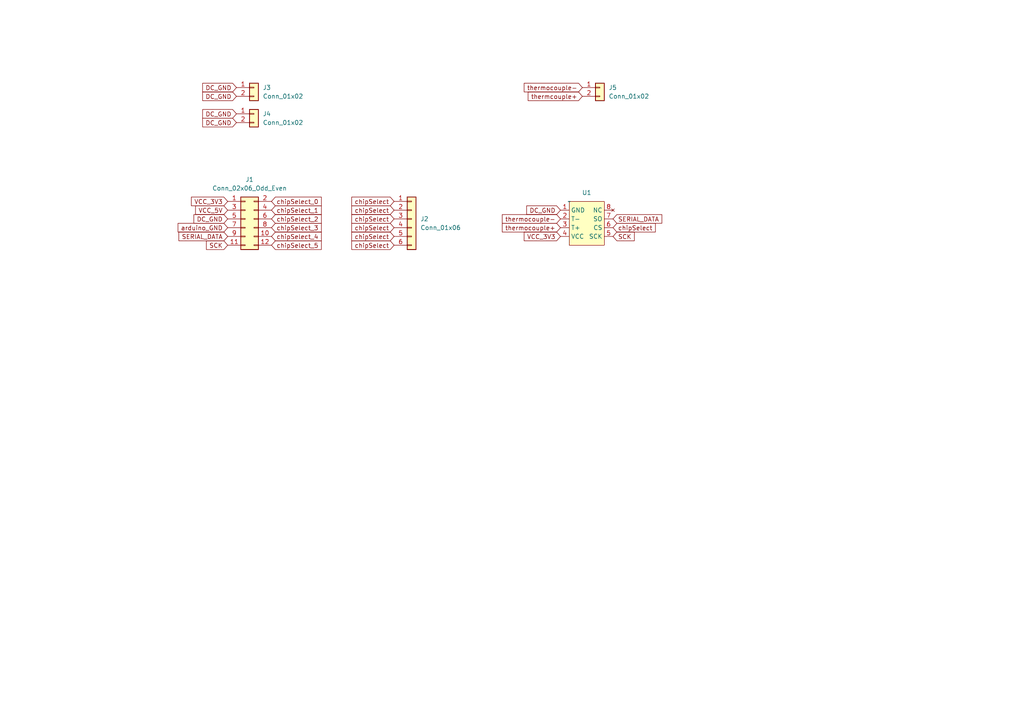
<source format=kicad_sch>
(kicad_sch (version 20230121) (generator eeschema)
  (paper "A4")
  (lib_symbols
    (symbol "Connector_Generic:Conn_01x02" (pin_names (offset 1.016) hide)
      (property "Reference" "J" (at 0 2.54 0))
      (property "Value" "Conn_01x02" (at 0 -5.08 0))
      (symbol "Conn_01x02_1_1"
        (rectangle (start -1.27 -2.413) (end 0 -2.667) (stroke (width 0.1524)))
        (rectangle (start -1.27 0.127) (end 0 -0.127) (stroke (width 0.1524)))
        (rectangle (start -1.27 1.27) (end 1.27 -3.81) (stroke (width 0.254)) (fill (type background)))
        (pin passive line (at -5.08 0 0) (length 3.81) (name "Pin_1") (number "1"))
        (pin passive line (at -5.08 -2.54 0) (length 3.81) (name "Pin_2") (number "2"))
      )
    )
    (symbol "Connector_Generic:Conn_01x06" (pin_names (offset 1.016) hide)
      (property "Reference" "J" (at 0 7.62 0))
      (property "Value" "Conn_01x06" (at 0 -10.16 0))
      (symbol "Conn_01x06_1_1"
        (rectangle (start -1.27 -7.493) (end 0 -7.747) (stroke (width 0.1524)))
        (rectangle (start -1.27 -4.953) (end 0 -5.207) (stroke (width 0.1524)))
        (rectangle (start -1.27 -2.413) (end 0 -2.667) (stroke (width 0.1524)))
        (rectangle (start -1.27 0.127) (end 0 -0.127) (stroke (width 0.1524)))
        (rectangle (start -1.27 2.667) (end 0 2.413) (stroke (width 0.1524)))
        (rectangle (start -1.27 5.207) (end 0 4.953) (stroke (width 0.1524)))
        (rectangle (start -1.27 6.35) (end 1.27 -8.89) (stroke (width 0.254)) (fill (type background)))
        (pin passive line (at -5.08 5.08 0) (length 3.81) (name "Pin_1") (number "1"))
        (pin passive line (at -5.08 2.54 0) (length 3.81) (name "Pin_2") (number "2"))
        (pin passive line (at -5.08 0 0) (length 3.81) (name "Pin_3") (number "3"))
        (pin passive line (at -5.08 -2.54 0) (length 3.81) (name "Pin_4") (number "4"))
        (pin passive line (at -5.08 -5.08 0) (length 3.81) (name "Pin_5") (number "5"))
        (pin passive line (at -5.08 -7.62 0) (length 3.81) (name "Pin_6") (number "6"))
      )
    )
    (symbol "Connector_Generic:Conn_02x06_Odd_Even" (pin_names (offset 1.016) hide)
      (property "Reference" "J" (at 1.27 7.62 0))
      (property "Value" "Conn_02x06_Odd_Even" (at 1.27 -10.16 0))
      (symbol "Conn_02x06_Odd_Even_1_1"
        (rectangle (start -1.27 -7.493) (end 0 -7.747) (stroke (width 0.1524)))
        (rectangle (start -1.27 -4.953) (end 0 -5.207) (stroke (width 0.1524)))
        (rectangle (start -1.27 -2.413) (end 0 -2.667) (stroke (width 0.1524)))
        (rectangle (start -1.27 0.127) (end 0 -0.127) (stroke (width 0.1524)))
        (rectangle (start -1.27 2.667) (end 0 2.413) (stroke (width 0.1524)))
        (rectangle (start -1.27 5.207) (end 0 4.953) (stroke (width 0.1524)))
        (rectangle (start -1.27 6.35) (end 3.81 -8.89) (stroke (width 0.254)) (fill (type background)))
        (rectangle (start 3.81 -7.493) (end 2.54 -7.747) (stroke (width 0.1524)))
        (rectangle (start 3.81 -4.953) (end 2.54 -5.207) (stroke (width 0.1524)))
        (rectangle (start 3.81 -2.413) (end 2.54 -2.667) (stroke (width 0.1524)))
        (rectangle (start 3.81 0.127) (end 2.54 -0.127) (stroke (width 0.1524)))
        (rectangle (start 3.81 2.667) (end 2.54 2.413) (stroke (width 0.1524)))
        (rectangle (start 3.81 5.207) (end 2.54 4.953) (stroke (width 0.1524)))
        (pin passive line (at -5.08 5.08 0) (length 3.81) (name "Pin_1") (number "1"))
        (pin passive line (at 7.62 -5.08 180) (length 3.81) (name "Pin_10") (number "10"))
        (pin passive line (at -5.08 -7.62 0) (length 3.81) (name "Pin_11") (number "11"))
        (pin passive line (at 7.62 -7.62 180) (length 3.81) (name "Pin_12") (number "12"))
        (pin passive line (at 7.62 5.08 180) (length 3.81) (name "Pin_2") (number "2"))
        (pin passive line (at -5.08 2.54 0) (length 3.81) (name "Pin_3") (number "3"))
        (pin passive line (at 7.62 2.54 180) (length 3.81) (name "Pin_4") (number "4"))
        (pin passive line (at -5.08 0 0) (length 3.81) (name "Pin_5") (number "5"))
        (pin passive line (at 7.62 0 180) (length 3.81) (name "Pin_6") (number "6"))
        (pin passive line (at -5.08 -2.54 0) (length 3.81) (name "Pin_7") (number "7"))
        (pin passive line (at 7.62 -2.54 180) (length 3.81) (name "Pin_8") (number "8"))
        (pin passive line (at -5.08 -5.08 0) (length 3.81) (name "Pin_9") (number "9"))
      )
    )
    (symbol "customParts:MAX31855_thermocoupleAmplifier"
      (property "Reference" "U" (at 5.08 1.27 0))
      (symbol "MAX31855_thermocoupleAmplifier_1_1"
        (rectangle (start 0 0) (end 10.16 -12.7) (fill (type background)))
        (pin passive line (at -2.54 -2.54 0) (length 2.54) (name "GND") (number "1"))
        (pin passive line (at -2.54 -5.08 0) (length 2.54) (name "T-") (number "2"))
        (pin passive line (at -2.54 -7.62 0) (length 2.54) (name "T+") (number "3"))
        (pin passive line (at -2.54 -10.16 0) (length 2.54) (name "VCC") (number "4"))
        (pin passive line (at 12.7 -10.16 180) (length 2.54) (name "SCK") (number "5"))
        (pin passive line (at 12.7 -7.62 180) (length 2.54) (name "CS") (number "6"))
        (pin passive line (at 12.7 -5.08 180) (length 2.54) (name "SO") (number "7"))
        (pin no_connect line (at 12.7 -2.54 180) (length 2.54) (name "NC") (number "8"))
      )
    )
  )
  (global_label "chipSelect" (shape input) (at 177.8 66.04 0) (property "Intersheetrefs" "${INTERSHEET_REFS}" (effects hide)))
  (global_label "DC_GND" (shape input) (at 68.58 25.4 180) (property "Intersheetrefs" "${INTERSHEET_REFS}" (effects hide)))
  (global_label "chipSelect" (shape input) (at 114.3 68.58 180) (property "Intersheetrefs" "${INTERSHEET_REFS}" (effects hide)))
  (global_label "chipSelect" (shape input) (at 114.3 60.96 180) (property "Intersheetrefs" "${INTERSHEET_REFS}" (effects hide)))
  (global_label "SCK" (shape input) (at 177.8 68.58 0) (property "Intersheetrefs" "${INTERSHEET_REFS}" (effects hide)))
  (global_label "VCC_3V3" (shape input) (at 162.56 68.58 180) (property "Intersheetrefs" "${INTERSHEET_REFS}" (effects hide)))
  (global_label "chipSelect" (shape input) (at 114.3 66.04 180) (property "Intersheetrefs" "${INTERSHEET_REFS}" (effects hide)))
  (global_label "SCK" (shape input) (at 66.04 71.12 180) (property "Intersheetrefs" "${INTERSHEET_REFS}" (effects hide)))
  (global_label "chipSelect" (shape input) (at 114.3 63.5 180) (property "Intersheetrefs" "${INTERSHEET_REFS}" (effects hide)))
  (global_label "thermocouple-" (shape input) (at 162.56 63.5 180) (property "Intersheetrefs" "${INTERSHEET_REFS}" (effects hide)))
  (global_label "SERIAL_DATA" (shape input) (at 66.04 68.58 180) (property "Intersheetrefs" "${INTERSHEET_REFS}" (effects hide)))
  (global_label "chipSelect_1" (shape input) (at 78.74 60.96 0) (property "Intersheetrefs" "${INTERSHEET_REFS}" (effects hide)))
  (global_label "chipSelect_2" (shape input) (at 78.74 63.5 0) (property "Intersheetrefs" "${INTERSHEET_REFS}" (effects hide)))
  (global_label "chipSelect_4" (shape input) (at 78.74 68.58 0) (property "Intersheetrefs" "${INTERSHEET_REFS}" (effects hide)))
  (global_label "chipSelect" (shape input) (at 114.3 58.42 180) (property "Intersheetrefs" "${INTERSHEET_REFS}" (effects hide)))
  (global_label "chipSelect_5" (shape input) (at 78.74 71.12 0) (property "Intersheetrefs" "${INTERSHEET_REFS}" (effects hide)))
  (global_label "arduino_GND" (shape input) (at 66.04 66.04 180) (property "Intersheetrefs" "${INTERSHEET_REFS}" (effects hide)))
  (global_label "thermocouple+" (shape input) (at 162.56 66.04 180) (property "Intersheetrefs" "${INTERSHEET_REFS}" (effects hide)))
  (global_label "chipSelect" (shape input) (at 114.3 71.12 180) (property "Intersheetrefs" "${INTERSHEET_REFS}" (effects hide)))
  (global_label "DC_GND" (shape input) (at 66.04 63.5 180) (property "Intersheetrefs" "${INTERSHEET_REFS}" (effects hide)))
  (global_label "chipSelect_3" (shape input) (at 78.74 66.04 0) (property "Intersheetrefs" "${INTERSHEET_REFS}" (effects hide)))
  (global_label "DC_GND" (shape input) (at 68.58 33.02 180) (property "Intersheetrefs" "${INTERSHEET_REFS}" (effects hide)))
  (global_label "thermcouple+" (shape input) (at 168.91 27.94 180) (property "Intersheetrefs" "${INTERSHEET_REFS}" (effects hide)))
  (global_label "thermocouple-" (shape input) (at 168.91 25.4 180) (property "Intersheetrefs" "${INTERSHEET_REFS}" (effects hide)))
  (global_label "SERIAL_DATA" (shape input) (at 177.8 63.5 0) (property "Intersheetrefs" "${INTERSHEET_REFS}" (effects hide)))
  (global_label "VCC_5V" (shape input) (at 66.04 60.96 180) (property "Intersheetrefs" "${INTERSHEET_REFS}" (effects hide)))
  (global_label "DC_GND" (shape input) (at 162.56 60.96 180) (property "Intersheetrefs" "${INTERSHEET_REFS}" (effects hide)))
  (global_label "DC_GND" (shape input) (at 68.58 27.94 180) (property "Intersheetrefs" "${INTERSHEET_REFS}" (effects hide)))
  (global_label "VCC_3V3" (shape input) (at 66.04 58.42 180) (property "Intersheetrefs" "${INTERSHEET_REFS}" (effects hide)))
  (global_label "chipSelect_0" (shape input) (at 78.74 58.42 0) (property "Intersheetrefs" "${INTERSHEET_REFS}" (effects hide)))
  (global_label "DC_GND" (shape input) (at 68.58 35.56 180) (property "Intersheetrefs" "${INTERSHEET_REFS}" (effects hide)))
  (symbol (lib_id "Connector_Generic:Conn_01x02") (at 73.66 33.02 0) (unit 1)
    (property "Reference" "J4" (at 76.2 33.02 0) (effects (justify left)))
    (property "Value" "Conn_01x02" (at 76.2 35.56 0) (effects (justify left)))
  )
  (symbol (lib_id "Connector_Generic:Conn_01x06") (at 119.38 63.5 0) (unit 1)
    (property "Reference" "J2" (at 121.92 63.5 0) (effects (justify left)))
    (property "Value" "Conn_01x06" (at 121.92 66.04 0) (effects (justify left)))
  )
  (symbol (lib_id "customParts:MAX31855_thermocoupleAmplifier") (at 165.1 58.42 0) (unit 1)
    (property "Reference" "U1" (at 170.18 55.88 0))
    (property "Value" "~" (at 165.1 58.42 0))
  )
  (symbol (lib_id "Connector_Generic:Conn_02x06_Odd_Even") (at 71.12 63.5 0) (unit 1)
    (property "Reference" "J1" (at 72.39 52.07 0))
    (property "Value" "Conn_02x06_Odd_Even" (at 72.39 54.61 0))
  )
  (symbol (lib_id "Connector_Generic:Conn_01x02") (at 173.99 25.4 0) (unit 1)
    (property "Reference" "J5" (at 176.53 25.4 0) (effects (justify left)))
    (property "Value" "Conn_01x02" (at 176.53 27.94 0) (effects (justify left)))
  )
  (symbol (lib_id "Connector_Generic:Conn_01x02") (at 73.66 25.4 0) (unit 1)
    (property "Reference" "J3" (at 76.2 25.4 0) (effects (justify left)))
    (property "Value" "Conn_01x02" (at 76.2 27.94 0) (effects (justify left)))
  )
)
</source>
